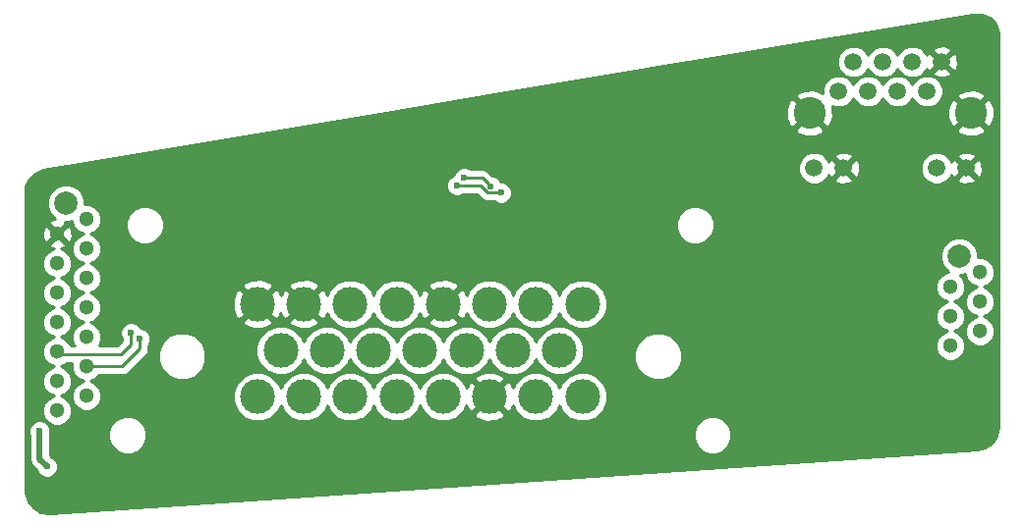
<source format=gbr>
G04 #@! TF.FileFunction,Copper,L2,Bot,Signal*
%FSLAX46Y46*%
G04 Gerber Fmt 4.6, Leading zero omitted, Abs format (unit mm)*
G04 Created by KiCad (PCBNEW 4.0.7-e2-6376~58~ubuntu16.04.1) date Sat Mar 10 14:38:45 2018*
%MOMM*%
%LPD*%
G01*
G04 APERTURE LIST*
%ADD10C,0.100000*%
%ADD11C,1.300000*%
%ADD12C,2.000000*%
%ADD13C,1.500000*%
%ADD14C,2.750000*%
%ADD15C,3.000000*%
%ADD16C,0.600000*%
%ADD17C,0.508000*%
%ADD18C,0.254000*%
G04 APERTURE END LIST*
D10*
D11*
X102362000Y-80391000D03*
X102362000Y-77851000D03*
X102362000Y-75311000D03*
X102362000Y-82931000D03*
X99822000Y-76581000D03*
X99822000Y-79121000D03*
X99822000Y-81661000D03*
X99822000Y-84201000D03*
X102362000Y-85471000D03*
X99822000Y-86741000D03*
X102362000Y-88011000D03*
X99822000Y-89281000D03*
X102362000Y-90551000D03*
X99822000Y-91821000D03*
D12*
X100562000Y-73911000D03*
D11*
X179324000Y-84963000D03*
X179324000Y-82423000D03*
X179324000Y-79883000D03*
X176784000Y-81153000D03*
X176784000Y-83693000D03*
X176784000Y-86233000D03*
D12*
X177524000Y-78483000D03*
D13*
X165032000Y-70892000D03*
X167572000Y-70892000D03*
X178132000Y-70892000D03*
X175592000Y-70892000D03*
X167132000Y-64262000D03*
X169672000Y-64262000D03*
X172212000Y-64262000D03*
X174752000Y-64262000D03*
X168402000Y-61722000D03*
X170942000Y-61722000D03*
X173482000Y-61722000D03*
X176022000Y-61722000D03*
D14*
X164632000Y-66142000D03*
X178532000Y-66142000D03*
D15*
X145064000Y-90614000D03*
X121064000Y-90614000D03*
X125064000Y-90614000D03*
X129064000Y-90614000D03*
X133064000Y-90614000D03*
X137064000Y-90614000D03*
X141064000Y-90614000D03*
X123064000Y-86614000D03*
X127064000Y-86614000D03*
X135064000Y-86614000D03*
X131064000Y-86614000D03*
X139064000Y-86614000D03*
X143064000Y-86614000D03*
X145064000Y-82614000D03*
X141064000Y-82614000D03*
X137064000Y-82614000D03*
X129064000Y-82614000D03*
X133064000Y-82614000D03*
X125064000Y-82614000D03*
X121064000Y-82614000D03*
X117064000Y-90614000D03*
X119064000Y-86614000D03*
X117064000Y-82614000D03*
D16*
X98933000Y-96647000D03*
X98298000Y-93599000D03*
X137160000Y-72447990D03*
X106172000Y-85090000D03*
X134874000Y-71755000D03*
X106934000Y-85598000D03*
X134239000Y-72390000D03*
X138049000Y-73025000D03*
D17*
X98298000Y-93599000D02*
X98298000Y-96012000D01*
X98298000Y-96012000D02*
X98933000Y-96647000D01*
D18*
X134874000Y-71755000D02*
X136467010Y-71755000D01*
X136860001Y-72147991D02*
X137160000Y-72447990D01*
X136467010Y-71755000D02*
X136860001Y-72147991D01*
X106172000Y-85090000D02*
X106172000Y-86106000D01*
X106172000Y-86106000D02*
X105283000Y-86995000D01*
X105283000Y-86995000D02*
X100076000Y-86995000D01*
X100076000Y-86995000D02*
X99822000Y-86741000D01*
X106934000Y-85598000D02*
X106934000Y-86487000D01*
X106934000Y-86487000D02*
X105410000Y-88011000D01*
X105410000Y-88011000D02*
X102362000Y-88011000D01*
X136906000Y-73025000D02*
X136271000Y-72390000D01*
X136271000Y-72390000D02*
X134239000Y-72390000D01*
X137624736Y-73025000D02*
X136906000Y-73025000D01*
X138049000Y-73025000D02*
X137624736Y-73025000D01*
G36*
X179482838Y-57641291D02*
X180138221Y-57935892D01*
X180630973Y-58458869D01*
X180900229Y-59167859D01*
X180925000Y-59464549D01*
X180925000Y-93217675D01*
X180771398Y-93989885D01*
X180372193Y-94587335D01*
X179764597Y-94993318D01*
X179141963Y-95139579D01*
X99166408Y-100646440D01*
X98385472Y-100546247D01*
X97762008Y-100189028D01*
X97322705Y-99620410D01*
X97119540Y-98872068D01*
X97116673Y-98788694D01*
X97116673Y-93784167D01*
X97362838Y-93784167D01*
X97409000Y-93895888D01*
X97409000Y-96012000D01*
X97476671Y-96352206D01*
X97669382Y-96640618D01*
X98094238Y-97065474D01*
X98139883Y-97175943D01*
X98402673Y-97439192D01*
X98746201Y-97581838D01*
X99118167Y-97582162D01*
X99461943Y-97440117D01*
X99725192Y-97177327D01*
X99867838Y-96833799D01*
X99868162Y-96461833D01*
X99726117Y-96118057D01*
X99463327Y-95854808D01*
X99351687Y-95808451D01*
X99187000Y-95643764D01*
X99187000Y-94237795D01*
X104228716Y-94237795D01*
X104477106Y-94838943D01*
X104936637Y-95299278D01*
X105537352Y-95548716D01*
X106187795Y-95549284D01*
X106788943Y-95300894D01*
X107249278Y-94841363D01*
X107498716Y-94240648D01*
X107498718Y-94237795D01*
X154628716Y-94237795D01*
X154877106Y-94838943D01*
X155336637Y-95299278D01*
X155937352Y-95548716D01*
X156587795Y-95549284D01*
X157188943Y-95300894D01*
X157649278Y-94841363D01*
X157898716Y-94240648D01*
X157899284Y-93590205D01*
X157650894Y-92989057D01*
X157191363Y-92528722D01*
X156590648Y-92279284D01*
X155940205Y-92278716D01*
X155339057Y-92527106D01*
X154878722Y-92986637D01*
X154629284Y-93587352D01*
X154628716Y-94237795D01*
X107498718Y-94237795D01*
X107499284Y-93590205D01*
X107250894Y-92989057D01*
X106791363Y-92528722D01*
X106190648Y-92279284D01*
X105540205Y-92278716D01*
X104939057Y-92527106D01*
X104478722Y-92986637D01*
X104229284Y-93587352D01*
X104228716Y-94237795D01*
X99187000Y-94237795D01*
X99187000Y-93896189D01*
X99232838Y-93785799D01*
X99233162Y-93413833D01*
X99091117Y-93070057D01*
X98828327Y-92806808D01*
X98484799Y-92664162D01*
X98112833Y-92663838D01*
X97769057Y-92805883D01*
X97505808Y-93068673D01*
X97363162Y-93412201D01*
X97362838Y-93784167D01*
X97116673Y-93784167D01*
X97116673Y-79375481D01*
X98536777Y-79375481D01*
X98731995Y-79847943D01*
X99093155Y-80209735D01*
X99530182Y-80391205D01*
X99095057Y-80570995D01*
X98733265Y-80932155D01*
X98537223Y-81404276D01*
X98536777Y-81915481D01*
X98731995Y-82387943D01*
X99093155Y-82749735D01*
X99530182Y-82931205D01*
X99095057Y-83110995D01*
X98733265Y-83472155D01*
X98537223Y-83944276D01*
X98536777Y-84455481D01*
X98731995Y-84927943D01*
X99093155Y-85289735D01*
X99530182Y-85471205D01*
X99095057Y-85650995D01*
X98733265Y-86012155D01*
X98537223Y-86484276D01*
X98536777Y-86995481D01*
X98731995Y-87467943D01*
X99093155Y-87829735D01*
X99530182Y-88011205D01*
X99095057Y-88190995D01*
X98733265Y-88552155D01*
X98537223Y-89024276D01*
X98536777Y-89535481D01*
X98731995Y-90007943D01*
X99093155Y-90369735D01*
X99530182Y-90551205D01*
X99095057Y-90730995D01*
X98733265Y-91092155D01*
X98537223Y-91564276D01*
X98536777Y-92075481D01*
X98731995Y-92547943D01*
X99093155Y-92909735D01*
X99565276Y-93105777D01*
X100076481Y-93106223D01*
X100548943Y-92911005D01*
X100910735Y-92549845D01*
X101106777Y-92077724D01*
X101107223Y-91566519D01*
X100912005Y-91094057D01*
X100550845Y-90732265D01*
X100113818Y-90550795D01*
X100548943Y-90371005D01*
X100910735Y-90009845D01*
X101106777Y-89537724D01*
X101107223Y-89026519D01*
X100912005Y-88554057D01*
X100550845Y-88192265D01*
X100113818Y-88010795D01*
X100548943Y-87831005D01*
X100623078Y-87757000D01*
X101077221Y-87757000D01*
X101076777Y-88265481D01*
X101271995Y-88737943D01*
X101633155Y-89099735D01*
X102070182Y-89281205D01*
X101635057Y-89460995D01*
X101273265Y-89822155D01*
X101077223Y-90294276D01*
X101076777Y-90805481D01*
X101271995Y-91277943D01*
X101633155Y-91639735D01*
X102105276Y-91835777D01*
X102616481Y-91836223D01*
X103088943Y-91641005D01*
X103450735Y-91279845D01*
X103551649Y-91036815D01*
X114928630Y-91036815D01*
X115252980Y-91821800D01*
X115853041Y-92422909D01*
X116637459Y-92748628D01*
X117486815Y-92749370D01*
X118271800Y-92425020D01*
X118872909Y-91824959D01*
X119064068Y-91364598D01*
X119252980Y-91821800D01*
X119853041Y-92422909D01*
X120637459Y-92748628D01*
X121486815Y-92749370D01*
X122271800Y-92425020D01*
X122872909Y-91824959D01*
X123064068Y-91364598D01*
X123252980Y-91821800D01*
X123853041Y-92422909D01*
X124637459Y-92748628D01*
X125486815Y-92749370D01*
X126271800Y-92425020D01*
X126872909Y-91824959D01*
X127064068Y-91364598D01*
X127252980Y-91821800D01*
X127853041Y-92422909D01*
X128637459Y-92748628D01*
X129486815Y-92749370D01*
X130271800Y-92425020D01*
X130872909Y-91824959D01*
X131064068Y-91364598D01*
X131252980Y-91821800D01*
X131853041Y-92422909D01*
X132637459Y-92748628D01*
X133486815Y-92749370D01*
X134271800Y-92425020D01*
X134569368Y-92127970D01*
X135729635Y-92127970D01*
X135889418Y-92446739D01*
X136680187Y-92756723D01*
X137529387Y-92740497D01*
X138238582Y-92446739D01*
X138398365Y-92127970D01*
X137064000Y-90793605D01*
X135729635Y-92127970D01*
X134569368Y-92127970D01*
X134872909Y-91824959D01*
X135059849Y-91374757D01*
X135231261Y-91788582D01*
X135550030Y-91948365D01*
X136884395Y-90614000D01*
X137243605Y-90614000D01*
X138577970Y-91948365D01*
X138896739Y-91788582D01*
X139063490Y-91363200D01*
X139252980Y-91821800D01*
X139853041Y-92422909D01*
X140637459Y-92748628D01*
X141486815Y-92749370D01*
X142271800Y-92425020D01*
X142872909Y-91824959D01*
X143064068Y-91364598D01*
X143252980Y-91821800D01*
X143853041Y-92422909D01*
X144637459Y-92748628D01*
X145486815Y-92749370D01*
X146271800Y-92425020D01*
X146872909Y-91824959D01*
X147198628Y-91040541D01*
X147199370Y-90191185D01*
X146875020Y-89406200D01*
X146274959Y-88805091D01*
X145490541Y-88479372D01*
X144641185Y-88478630D01*
X143856200Y-88802980D01*
X143255091Y-89403041D01*
X143063932Y-89863402D01*
X142875020Y-89406200D01*
X142274959Y-88805091D01*
X141490541Y-88479372D01*
X140641185Y-88478630D01*
X139856200Y-88802980D01*
X139255091Y-89403041D01*
X139068151Y-89853243D01*
X138896739Y-89439418D01*
X138577970Y-89279635D01*
X137243605Y-90614000D01*
X136884395Y-90614000D01*
X135550030Y-89279635D01*
X135231261Y-89439418D01*
X135064510Y-89864800D01*
X134875020Y-89406200D01*
X134569384Y-89100030D01*
X135729635Y-89100030D01*
X137064000Y-90434395D01*
X138398365Y-89100030D01*
X138238582Y-88781261D01*
X137447813Y-88471277D01*
X136598613Y-88487503D01*
X135889418Y-88781261D01*
X135729635Y-89100030D01*
X134569384Y-89100030D01*
X134274959Y-88805091D01*
X133490541Y-88479372D01*
X132641185Y-88478630D01*
X131856200Y-88802980D01*
X131255091Y-89403041D01*
X131063932Y-89863402D01*
X130875020Y-89406200D01*
X130274959Y-88805091D01*
X129490541Y-88479372D01*
X128641185Y-88478630D01*
X127856200Y-88802980D01*
X127255091Y-89403041D01*
X127063932Y-89863402D01*
X126875020Y-89406200D01*
X126274959Y-88805091D01*
X125490541Y-88479372D01*
X124641185Y-88478630D01*
X123856200Y-88802980D01*
X123255091Y-89403041D01*
X123063932Y-89863402D01*
X122875020Y-89406200D01*
X122274959Y-88805091D01*
X121490541Y-88479372D01*
X120641185Y-88478630D01*
X119856200Y-88802980D01*
X119255091Y-89403041D01*
X119063932Y-89863402D01*
X118875020Y-89406200D01*
X118274959Y-88805091D01*
X117490541Y-88479372D01*
X116641185Y-88478630D01*
X115856200Y-88802980D01*
X115255091Y-89403041D01*
X114929372Y-90187459D01*
X114928630Y-91036815D01*
X103551649Y-91036815D01*
X103646777Y-90807724D01*
X103647223Y-90296519D01*
X103452005Y-89824057D01*
X103090845Y-89462265D01*
X102653818Y-89280795D01*
X103088943Y-89101005D01*
X103417522Y-88773000D01*
X105410000Y-88773000D01*
X105701605Y-88714996D01*
X105948815Y-88549815D01*
X106976668Y-87521962D01*
X108503643Y-87521962D01*
X108816599Y-88279372D01*
X109395580Y-88859365D01*
X110152443Y-89173642D01*
X110971962Y-89174357D01*
X111729372Y-88861401D01*
X112309365Y-88282420D01*
X112623642Y-87525557D01*
X112624068Y-87036815D01*
X116928630Y-87036815D01*
X117252980Y-87821800D01*
X117853041Y-88422909D01*
X118637459Y-88748628D01*
X119486815Y-88749370D01*
X120271800Y-88425020D01*
X120872909Y-87824959D01*
X121064068Y-87364598D01*
X121252980Y-87821800D01*
X121853041Y-88422909D01*
X122637459Y-88748628D01*
X123486815Y-88749370D01*
X124271800Y-88425020D01*
X124872909Y-87824959D01*
X125064068Y-87364598D01*
X125252980Y-87821800D01*
X125853041Y-88422909D01*
X126637459Y-88748628D01*
X127486815Y-88749370D01*
X128271800Y-88425020D01*
X128872909Y-87824959D01*
X129064068Y-87364598D01*
X129252980Y-87821800D01*
X129853041Y-88422909D01*
X130637459Y-88748628D01*
X131486815Y-88749370D01*
X132271800Y-88425020D01*
X132872909Y-87824959D01*
X133064068Y-87364598D01*
X133252980Y-87821800D01*
X133853041Y-88422909D01*
X134637459Y-88748628D01*
X135486815Y-88749370D01*
X136271800Y-88425020D01*
X136872909Y-87824959D01*
X137064068Y-87364598D01*
X137252980Y-87821800D01*
X137853041Y-88422909D01*
X138637459Y-88748628D01*
X139486815Y-88749370D01*
X140271800Y-88425020D01*
X140872909Y-87824959D01*
X141064068Y-87364598D01*
X141252980Y-87821800D01*
X141853041Y-88422909D01*
X142637459Y-88748628D01*
X143486815Y-88749370D01*
X144271800Y-88425020D01*
X144872909Y-87824959D01*
X144998724Y-87521962D01*
X149503643Y-87521962D01*
X149816599Y-88279372D01*
X150395580Y-88859365D01*
X151152443Y-89173642D01*
X151971962Y-89174357D01*
X152729372Y-88861401D01*
X153309365Y-88282420D01*
X153623642Y-87525557D01*
X153624357Y-86706038D01*
X153311401Y-85948628D01*
X152732420Y-85368635D01*
X151975557Y-85054358D01*
X151156038Y-85053643D01*
X150398628Y-85366599D01*
X149818635Y-85945580D01*
X149504358Y-86702443D01*
X149503643Y-87521962D01*
X144998724Y-87521962D01*
X145198628Y-87040541D01*
X145199370Y-86191185D01*
X144875020Y-85406200D01*
X144274959Y-84805091D01*
X143490541Y-84479372D01*
X142641185Y-84478630D01*
X141856200Y-84802980D01*
X141255091Y-85403041D01*
X141063932Y-85863402D01*
X140875020Y-85406200D01*
X140274959Y-84805091D01*
X139490541Y-84479372D01*
X138641185Y-84478630D01*
X137856200Y-84802980D01*
X137255091Y-85403041D01*
X137063932Y-85863402D01*
X136875020Y-85406200D01*
X136274959Y-84805091D01*
X135490541Y-84479372D01*
X134641185Y-84478630D01*
X133856200Y-84802980D01*
X133255091Y-85403041D01*
X133063932Y-85863402D01*
X132875020Y-85406200D01*
X132274959Y-84805091D01*
X131490541Y-84479372D01*
X130641185Y-84478630D01*
X129856200Y-84802980D01*
X129255091Y-85403041D01*
X129063932Y-85863402D01*
X128875020Y-85406200D01*
X128274959Y-84805091D01*
X127490541Y-84479372D01*
X126641185Y-84478630D01*
X125856200Y-84802980D01*
X125255091Y-85403041D01*
X125063932Y-85863402D01*
X124875020Y-85406200D01*
X124274959Y-84805091D01*
X123490541Y-84479372D01*
X122641185Y-84478630D01*
X121856200Y-84802980D01*
X121255091Y-85403041D01*
X121063932Y-85863402D01*
X120875020Y-85406200D01*
X120274959Y-84805091D01*
X119490541Y-84479372D01*
X118641185Y-84478630D01*
X117856200Y-84802980D01*
X117255091Y-85403041D01*
X116929372Y-86187459D01*
X116928630Y-87036815D01*
X112624068Y-87036815D01*
X112624357Y-86706038D01*
X112311401Y-85948628D01*
X111732420Y-85368635D01*
X110975557Y-85054358D01*
X110156038Y-85053643D01*
X109398628Y-85366599D01*
X108818635Y-85945580D01*
X108504358Y-86702443D01*
X108503643Y-87521962D01*
X106976668Y-87521962D01*
X107472815Y-87025816D01*
X107637996Y-86778605D01*
X107648504Y-86725777D01*
X107696000Y-86487000D01*
X107696000Y-86158466D01*
X107726192Y-86128327D01*
X107868838Y-85784799D01*
X107869162Y-85412833D01*
X107727117Y-85069057D01*
X107464327Y-84805808D01*
X107120799Y-84663162D01*
X107007265Y-84663063D01*
X106965117Y-84561057D01*
X106702327Y-84297808D01*
X106358799Y-84155162D01*
X105986833Y-84154838D01*
X105643057Y-84296883D01*
X105379808Y-84559673D01*
X105237162Y-84903201D01*
X105236838Y-85275167D01*
X105378883Y-85618943D01*
X105410000Y-85650114D01*
X105410000Y-85790370D01*
X104967370Y-86233000D01*
X103417522Y-86233000D01*
X103450735Y-86199845D01*
X103646777Y-85727724D01*
X103647223Y-85216519D01*
X103452005Y-84744057D01*
X103090845Y-84382265D01*
X102653818Y-84200795D01*
X102830067Y-84127970D01*
X115729635Y-84127970D01*
X115889418Y-84446739D01*
X116680187Y-84756723D01*
X117529387Y-84740497D01*
X118238582Y-84446739D01*
X118398365Y-84127970D01*
X119729635Y-84127970D01*
X119889418Y-84446739D01*
X120680187Y-84756723D01*
X121529387Y-84740497D01*
X122238582Y-84446739D01*
X122398365Y-84127970D01*
X121064000Y-82793605D01*
X119729635Y-84127970D01*
X118398365Y-84127970D01*
X117064000Y-82793605D01*
X115729635Y-84127970D01*
X102830067Y-84127970D01*
X103088943Y-84021005D01*
X103450735Y-83659845D01*
X103646777Y-83187724D01*
X103647223Y-82676519D01*
X103462802Y-82230187D01*
X114921277Y-82230187D01*
X114937503Y-83079387D01*
X115231261Y-83788582D01*
X115550030Y-83948365D01*
X116884395Y-82614000D01*
X117243605Y-82614000D01*
X118577970Y-83948365D01*
X118896739Y-83788582D01*
X119059392Y-83373654D01*
X119231261Y-83788582D01*
X119550030Y-83948365D01*
X120884395Y-82614000D01*
X121243605Y-82614000D01*
X122577970Y-83948365D01*
X122896739Y-83788582D01*
X123063490Y-83363200D01*
X123252980Y-83821800D01*
X123853041Y-84422909D01*
X124637459Y-84748628D01*
X125486815Y-84749370D01*
X126271800Y-84425020D01*
X126872909Y-83824959D01*
X127064068Y-83364598D01*
X127252980Y-83821800D01*
X127853041Y-84422909D01*
X128637459Y-84748628D01*
X129486815Y-84749370D01*
X130271800Y-84425020D01*
X130569368Y-84127970D01*
X131729635Y-84127970D01*
X131889418Y-84446739D01*
X132680187Y-84756723D01*
X133529387Y-84740497D01*
X134238582Y-84446739D01*
X134398365Y-84127970D01*
X133064000Y-82793605D01*
X131729635Y-84127970D01*
X130569368Y-84127970D01*
X130872909Y-83824959D01*
X131059849Y-83374757D01*
X131231261Y-83788582D01*
X131550030Y-83948365D01*
X132884395Y-82614000D01*
X133243605Y-82614000D01*
X134577970Y-83948365D01*
X134896739Y-83788582D01*
X135063490Y-83363200D01*
X135252980Y-83821800D01*
X135853041Y-84422909D01*
X136637459Y-84748628D01*
X137486815Y-84749370D01*
X138271800Y-84425020D01*
X138872909Y-83824959D01*
X139064068Y-83364598D01*
X139252980Y-83821800D01*
X139853041Y-84422909D01*
X140637459Y-84748628D01*
X141486815Y-84749370D01*
X142271800Y-84425020D01*
X142872909Y-83824959D01*
X143064068Y-83364598D01*
X143252980Y-83821800D01*
X143853041Y-84422909D01*
X144637459Y-84748628D01*
X145486815Y-84749370D01*
X146271800Y-84425020D01*
X146872909Y-83824959D01*
X147198628Y-83040541D01*
X147199370Y-82191185D01*
X146875550Y-81407481D01*
X175498777Y-81407481D01*
X175693995Y-81879943D01*
X176055155Y-82241735D01*
X176492182Y-82423205D01*
X176057057Y-82602995D01*
X175695265Y-82964155D01*
X175499223Y-83436276D01*
X175498777Y-83947481D01*
X175693995Y-84419943D01*
X176055155Y-84781735D01*
X176492182Y-84963205D01*
X176057057Y-85142995D01*
X175695265Y-85504155D01*
X175499223Y-85976276D01*
X175498777Y-86487481D01*
X175693995Y-86959943D01*
X176055155Y-87321735D01*
X176527276Y-87517777D01*
X177038481Y-87518223D01*
X177510943Y-87323005D01*
X177872735Y-86961845D01*
X178068777Y-86489724D01*
X178069223Y-85978519D01*
X177874005Y-85506057D01*
X177512845Y-85144265D01*
X177075818Y-84962795D01*
X177510943Y-84783005D01*
X177872735Y-84421845D01*
X178068777Y-83949724D01*
X178069223Y-83438519D01*
X177874005Y-82966057D01*
X177512845Y-82604265D01*
X177075818Y-82422795D01*
X177510943Y-82243005D01*
X177872735Y-81881845D01*
X178068777Y-81409724D01*
X178069223Y-80898519D01*
X177874005Y-80426057D01*
X177566524Y-80118038D01*
X177847795Y-80118284D01*
X178038863Y-80039336D01*
X178038777Y-80137481D01*
X178233995Y-80609943D01*
X178595155Y-80971735D01*
X179032182Y-81153205D01*
X178597057Y-81332995D01*
X178235265Y-81694155D01*
X178039223Y-82166276D01*
X178038777Y-82677481D01*
X178233995Y-83149943D01*
X178595155Y-83511735D01*
X179032182Y-83693205D01*
X178597057Y-83872995D01*
X178235265Y-84234155D01*
X178039223Y-84706276D01*
X178038777Y-85217481D01*
X178233995Y-85689943D01*
X178595155Y-86051735D01*
X179067276Y-86247777D01*
X179578481Y-86248223D01*
X180050943Y-86053005D01*
X180412735Y-85691845D01*
X180608777Y-85219724D01*
X180609223Y-84708519D01*
X180414005Y-84236057D01*
X180052845Y-83874265D01*
X179615818Y-83692795D01*
X180050943Y-83513005D01*
X180412735Y-83151845D01*
X180608777Y-82679724D01*
X180609223Y-82168519D01*
X180414005Y-81696057D01*
X180052845Y-81334265D01*
X179615818Y-81152795D01*
X180050943Y-80973005D01*
X180412735Y-80611845D01*
X180608777Y-80139724D01*
X180609223Y-79628519D01*
X180414005Y-79156057D01*
X180052845Y-78794265D01*
X179580724Y-78598223D01*
X179158901Y-78597855D01*
X179159284Y-78159205D01*
X178910894Y-77558057D01*
X178451363Y-77097722D01*
X177850648Y-76848284D01*
X177200205Y-76847716D01*
X176599057Y-77096106D01*
X176138722Y-77555637D01*
X175889284Y-78156352D01*
X175888716Y-78806795D01*
X176137106Y-79407943D01*
X176596195Y-79867835D01*
X176529519Y-79867777D01*
X176057057Y-80062995D01*
X175695265Y-80424155D01*
X175499223Y-80896276D01*
X175498777Y-81407481D01*
X146875550Y-81407481D01*
X146875020Y-81406200D01*
X146274959Y-80805091D01*
X145490541Y-80479372D01*
X144641185Y-80478630D01*
X143856200Y-80802980D01*
X143255091Y-81403041D01*
X143063932Y-81863402D01*
X142875020Y-81406200D01*
X142274959Y-80805091D01*
X141490541Y-80479372D01*
X140641185Y-80478630D01*
X139856200Y-80802980D01*
X139255091Y-81403041D01*
X139063932Y-81863402D01*
X138875020Y-81406200D01*
X138274959Y-80805091D01*
X137490541Y-80479372D01*
X136641185Y-80478630D01*
X135856200Y-80802980D01*
X135255091Y-81403041D01*
X135068151Y-81853243D01*
X134896739Y-81439418D01*
X134577970Y-81279635D01*
X133243605Y-82614000D01*
X132884395Y-82614000D01*
X131550030Y-81279635D01*
X131231261Y-81439418D01*
X131064510Y-81864800D01*
X130875020Y-81406200D01*
X130569384Y-81100030D01*
X131729635Y-81100030D01*
X133064000Y-82434395D01*
X134398365Y-81100030D01*
X134238582Y-80781261D01*
X133447813Y-80471277D01*
X132598613Y-80487503D01*
X131889418Y-80781261D01*
X131729635Y-81100030D01*
X130569384Y-81100030D01*
X130274959Y-80805091D01*
X129490541Y-80479372D01*
X128641185Y-80478630D01*
X127856200Y-80802980D01*
X127255091Y-81403041D01*
X127063932Y-81863402D01*
X126875020Y-81406200D01*
X126274959Y-80805091D01*
X125490541Y-80479372D01*
X124641185Y-80478630D01*
X123856200Y-80802980D01*
X123255091Y-81403041D01*
X123068151Y-81853243D01*
X122896739Y-81439418D01*
X122577970Y-81279635D01*
X121243605Y-82614000D01*
X120884395Y-82614000D01*
X119550030Y-81279635D01*
X119231261Y-81439418D01*
X119068608Y-81854346D01*
X118896739Y-81439418D01*
X118577970Y-81279635D01*
X117243605Y-82614000D01*
X116884395Y-82614000D01*
X115550030Y-81279635D01*
X115231261Y-81439418D01*
X114921277Y-82230187D01*
X103462802Y-82230187D01*
X103452005Y-82204057D01*
X103090845Y-81842265D01*
X102653818Y-81660795D01*
X103088943Y-81481005D01*
X103450735Y-81119845D01*
X103458962Y-81100030D01*
X115729635Y-81100030D01*
X117064000Y-82434395D01*
X118398365Y-81100030D01*
X119729635Y-81100030D01*
X121064000Y-82434395D01*
X122398365Y-81100030D01*
X122238582Y-80781261D01*
X121447813Y-80471277D01*
X120598613Y-80487503D01*
X119889418Y-80781261D01*
X119729635Y-81100030D01*
X118398365Y-81100030D01*
X118238582Y-80781261D01*
X117447813Y-80471277D01*
X116598613Y-80487503D01*
X115889418Y-80781261D01*
X115729635Y-81100030D01*
X103458962Y-81100030D01*
X103646777Y-80647724D01*
X103647223Y-80136519D01*
X103452005Y-79664057D01*
X103090845Y-79302265D01*
X102653818Y-79120795D01*
X103088943Y-78941005D01*
X103450735Y-78579845D01*
X103646777Y-78107724D01*
X103647223Y-77596519D01*
X103452005Y-77124057D01*
X103090845Y-76762265D01*
X102653818Y-76580795D01*
X103088943Y-76401005D01*
X103352613Y-76137795D01*
X105728716Y-76137795D01*
X105977106Y-76738943D01*
X106436637Y-77199278D01*
X107037352Y-77448716D01*
X107687795Y-77449284D01*
X108288943Y-77200894D01*
X108749278Y-76741363D01*
X108998716Y-76140648D01*
X108998718Y-76137795D01*
X153128716Y-76137795D01*
X153377106Y-76738943D01*
X153836637Y-77199278D01*
X154437352Y-77448716D01*
X155087795Y-77449284D01*
X155688943Y-77200894D01*
X156149278Y-76741363D01*
X156398716Y-76140648D01*
X156399284Y-75490205D01*
X156150894Y-74889057D01*
X155691363Y-74428722D01*
X155090648Y-74179284D01*
X154440205Y-74178716D01*
X153839057Y-74427106D01*
X153378722Y-74886637D01*
X153129284Y-75487352D01*
X153128716Y-76137795D01*
X108998718Y-76137795D01*
X108999284Y-75490205D01*
X108750894Y-74889057D01*
X108291363Y-74428722D01*
X107690648Y-74179284D01*
X107040205Y-74178716D01*
X106439057Y-74427106D01*
X105978722Y-74886637D01*
X105729284Y-75487352D01*
X105728716Y-76137795D01*
X103352613Y-76137795D01*
X103450735Y-76039845D01*
X103646777Y-75567724D01*
X103647223Y-75056519D01*
X103452005Y-74584057D01*
X103090845Y-74222265D01*
X102618724Y-74026223D01*
X102196901Y-74025855D01*
X102197284Y-73587205D01*
X101948894Y-72986057D01*
X101538722Y-72575167D01*
X133303838Y-72575167D01*
X133445883Y-72918943D01*
X133708673Y-73182192D01*
X134052201Y-73324838D01*
X134424167Y-73325162D01*
X134767943Y-73183117D01*
X134799114Y-73152000D01*
X135955370Y-73152000D01*
X136367185Y-73563816D01*
X136515377Y-73662834D01*
X136614395Y-73728996D01*
X136906000Y-73787000D01*
X137488534Y-73787000D01*
X137518673Y-73817192D01*
X137862201Y-73959838D01*
X138234167Y-73960162D01*
X138577943Y-73818117D01*
X138841192Y-73555327D01*
X138983838Y-73211799D01*
X138984162Y-72839833D01*
X138842117Y-72496057D01*
X138579327Y-72232808D01*
X138235799Y-72090162D01*
X138023744Y-72089977D01*
X137953117Y-71919047D01*
X137690327Y-71655798D01*
X137346799Y-71513152D01*
X137302754Y-71513114D01*
X137005825Y-71216185D01*
X136934762Y-71168702D01*
X136931145Y-71166285D01*
X163646760Y-71166285D01*
X163857169Y-71675515D01*
X164246436Y-72065461D01*
X164755298Y-72276759D01*
X165306285Y-72277240D01*
X165815515Y-72066831D01*
X166019183Y-71863517D01*
X166780088Y-71863517D01*
X166848077Y-72104460D01*
X167367171Y-72289201D01*
X167917448Y-72261230D01*
X168295923Y-72104460D01*
X168363912Y-71863517D01*
X167572000Y-71071605D01*
X166780088Y-71863517D01*
X166019183Y-71863517D01*
X166205461Y-71677564D01*
X166295377Y-71461021D01*
X166359540Y-71615923D01*
X166600483Y-71683912D01*
X167392395Y-70892000D01*
X167751605Y-70892000D01*
X168543517Y-71683912D01*
X168784460Y-71615923D01*
X168944482Y-71166285D01*
X174206760Y-71166285D01*
X174417169Y-71675515D01*
X174806436Y-72065461D01*
X175315298Y-72276759D01*
X175866285Y-72277240D01*
X176375515Y-72066831D01*
X176579183Y-71863517D01*
X177340088Y-71863517D01*
X177408077Y-72104460D01*
X177927171Y-72289201D01*
X178477448Y-72261230D01*
X178855923Y-72104460D01*
X178923912Y-71863517D01*
X178132000Y-71071605D01*
X177340088Y-71863517D01*
X176579183Y-71863517D01*
X176765461Y-71677564D01*
X176855377Y-71461021D01*
X176919540Y-71615923D01*
X177160483Y-71683912D01*
X177952395Y-70892000D01*
X178311605Y-70892000D01*
X179103517Y-71683912D01*
X179344460Y-71615923D01*
X179529201Y-71096829D01*
X179501230Y-70546552D01*
X179344460Y-70168077D01*
X179103517Y-70100088D01*
X178311605Y-70892000D01*
X177952395Y-70892000D01*
X177160483Y-70100088D01*
X176919540Y-70168077D01*
X176860268Y-70334621D01*
X176766831Y-70108485D01*
X176579157Y-69920483D01*
X177340088Y-69920483D01*
X178132000Y-70712395D01*
X178923912Y-69920483D01*
X178855923Y-69679540D01*
X178336829Y-69494799D01*
X177786552Y-69522770D01*
X177408077Y-69679540D01*
X177340088Y-69920483D01*
X176579157Y-69920483D01*
X176377564Y-69718539D01*
X175868702Y-69507241D01*
X175317715Y-69506760D01*
X174808485Y-69717169D01*
X174418539Y-70106436D01*
X174207241Y-70615298D01*
X174206760Y-71166285D01*
X168944482Y-71166285D01*
X168969201Y-71096829D01*
X168941230Y-70546552D01*
X168784460Y-70168077D01*
X168543517Y-70100088D01*
X167751605Y-70892000D01*
X167392395Y-70892000D01*
X166600483Y-70100088D01*
X166359540Y-70168077D01*
X166300268Y-70334621D01*
X166206831Y-70108485D01*
X166019157Y-69920483D01*
X166780088Y-69920483D01*
X167572000Y-70712395D01*
X168363912Y-69920483D01*
X168295923Y-69679540D01*
X167776829Y-69494799D01*
X167226552Y-69522770D01*
X166848077Y-69679540D01*
X166780088Y-69920483D01*
X166019157Y-69920483D01*
X165817564Y-69718539D01*
X165308702Y-69507241D01*
X164757715Y-69506760D01*
X164248485Y-69717169D01*
X163858539Y-70106436D01*
X163647241Y-70615298D01*
X163646760Y-71166285D01*
X136931145Y-71166285D01*
X136758615Y-71051004D01*
X136467010Y-70993000D01*
X135434466Y-70993000D01*
X135404327Y-70962808D01*
X135060799Y-70820162D01*
X134688833Y-70819838D01*
X134345057Y-70961883D01*
X134081808Y-71224673D01*
X133972235Y-71488554D01*
X133710057Y-71596883D01*
X133446808Y-71859673D01*
X133304162Y-72203201D01*
X133303838Y-72575167D01*
X101538722Y-72575167D01*
X101489363Y-72525722D01*
X100888648Y-72276284D01*
X100238205Y-72275716D01*
X99637057Y-72524106D01*
X99176722Y-72983637D01*
X98927284Y-73584352D01*
X98926716Y-74234795D01*
X99175106Y-74835943D01*
X99634637Y-75296278D01*
X99652426Y-75303665D01*
X99492572Y-75312917D01*
X99158271Y-75451389D01*
X99102590Y-75681984D01*
X99822000Y-76401395D01*
X100541410Y-75681984D01*
X100508563Y-75545955D01*
X100885795Y-75546284D01*
X101076863Y-75467336D01*
X101076777Y-75565481D01*
X101271995Y-76037943D01*
X101633155Y-76399735D01*
X102070182Y-76581205D01*
X101635057Y-76760995D01*
X101273265Y-77122155D01*
X101077223Y-77594276D01*
X101076777Y-78105481D01*
X101271995Y-78577943D01*
X101633155Y-78939735D01*
X102070182Y-79121205D01*
X101635057Y-79300995D01*
X101273265Y-79662155D01*
X101077223Y-80134276D01*
X101076777Y-80645481D01*
X101271995Y-81117943D01*
X101633155Y-81479735D01*
X102070182Y-81661205D01*
X101635057Y-81840995D01*
X101273265Y-82202155D01*
X101077223Y-82674276D01*
X101076777Y-83185481D01*
X101271995Y-83657943D01*
X101633155Y-84019735D01*
X102070182Y-84201205D01*
X101635057Y-84380995D01*
X101273265Y-84742155D01*
X101077223Y-85214276D01*
X101076777Y-85725481D01*
X101271995Y-86197943D01*
X101306991Y-86233000D01*
X101002471Y-86233000D01*
X100912005Y-86014057D01*
X100550845Y-85652265D01*
X100113818Y-85470795D01*
X100548943Y-85291005D01*
X100910735Y-84929845D01*
X101106777Y-84457724D01*
X101107223Y-83946519D01*
X100912005Y-83474057D01*
X100550845Y-83112265D01*
X100113818Y-82930795D01*
X100548943Y-82751005D01*
X100910735Y-82389845D01*
X101106777Y-81917724D01*
X101107223Y-81406519D01*
X100912005Y-80934057D01*
X100550845Y-80572265D01*
X100113818Y-80390795D01*
X100548943Y-80211005D01*
X100910735Y-79849845D01*
X101106777Y-79377724D01*
X101107223Y-78866519D01*
X100912005Y-78394057D01*
X100550845Y-78032265D01*
X100114800Y-77851203D01*
X100151428Y-77849083D01*
X100485729Y-77710611D01*
X100541410Y-77480016D01*
X99822000Y-76760605D01*
X99102590Y-77480016D01*
X99158271Y-77710611D01*
X99544860Y-77845139D01*
X99095057Y-78030995D01*
X98733265Y-78392155D01*
X98537223Y-78864276D01*
X98536777Y-79375481D01*
X97116673Y-79375481D01*
X97116673Y-76400078D01*
X98524378Y-76400078D01*
X98553917Y-76910428D01*
X98692389Y-77244729D01*
X98922984Y-77300410D01*
X99642395Y-76581000D01*
X100001605Y-76581000D01*
X100721016Y-77300410D01*
X100951611Y-77244729D01*
X101119622Y-76761922D01*
X101090083Y-76251572D01*
X100951611Y-75917271D01*
X100721016Y-75861590D01*
X100001605Y-76581000D01*
X99642395Y-76581000D01*
X98922984Y-75861590D01*
X98692389Y-75917271D01*
X98524378Y-76400078D01*
X97116673Y-76400078D01*
X97116673Y-72456297D01*
X97416008Y-71822134D01*
X97950490Y-71336953D01*
X98651779Y-71078043D01*
X119538996Y-67565659D01*
X163387946Y-67565659D01*
X163532467Y-67871444D01*
X164277993Y-68160571D01*
X165077414Y-68142389D01*
X165731533Y-67871444D01*
X165876054Y-67565659D01*
X177287946Y-67565659D01*
X177432467Y-67871444D01*
X178177993Y-68160571D01*
X178977414Y-68142389D01*
X179631533Y-67871444D01*
X179776054Y-67565659D01*
X178532000Y-66321605D01*
X177287946Y-67565659D01*
X165876054Y-67565659D01*
X164632000Y-66321605D01*
X163387946Y-67565659D01*
X119538996Y-67565659D01*
X130110305Y-65787993D01*
X162613429Y-65787993D01*
X162631611Y-66587414D01*
X162902556Y-67241533D01*
X163208341Y-67386054D01*
X164452395Y-66142000D01*
X163208341Y-64897946D01*
X162902556Y-65042467D01*
X162613429Y-65787993D01*
X130110305Y-65787993D01*
X136471242Y-64718341D01*
X163387946Y-64718341D01*
X164632000Y-65962395D01*
X164646143Y-65948253D01*
X164825748Y-66127858D01*
X164811605Y-66142000D01*
X166055659Y-67386054D01*
X166361444Y-67241533D01*
X166650571Y-66496007D01*
X166634468Y-65787993D01*
X176513429Y-65787993D01*
X176531611Y-66587414D01*
X176802556Y-67241533D01*
X177108341Y-67386054D01*
X178352395Y-66142000D01*
X178711605Y-66142000D01*
X179955659Y-67386054D01*
X180261444Y-67241533D01*
X180550571Y-66496007D01*
X180532389Y-65696586D01*
X180261444Y-65042467D01*
X179955659Y-64897946D01*
X178711605Y-66142000D01*
X178352395Y-66142000D01*
X177108341Y-64897946D01*
X176802556Y-65042467D01*
X176513429Y-65787993D01*
X166634468Y-65787993D01*
X166632389Y-65696586D01*
X166561159Y-65524622D01*
X166855298Y-65646759D01*
X167406285Y-65647240D01*
X167915515Y-65436831D01*
X168305461Y-65047564D01*
X168401976Y-64815130D01*
X168497169Y-65045515D01*
X168886436Y-65435461D01*
X169395298Y-65646759D01*
X169946285Y-65647240D01*
X170455515Y-65436831D01*
X170845461Y-65047564D01*
X170941976Y-64815130D01*
X171037169Y-65045515D01*
X171426436Y-65435461D01*
X171935298Y-65646759D01*
X172486285Y-65647240D01*
X172995515Y-65436831D01*
X173385461Y-65047564D01*
X173481976Y-64815130D01*
X173577169Y-65045515D01*
X173966436Y-65435461D01*
X174475298Y-65646759D01*
X175026285Y-65647240D01*
X175535515Y-65436831D01*
X175925461Y-65047564D01*
X176062166Y-64718341D01*
X177287946Y-64718341D01*
X178532000Y-65962395D01*
X179776054Y-64718341D01*
X179631533Y-64412556D01*
X178886007Y-64123429D01*
X178086586Y-64141611D01*
X177432467Y-64412556D01*
X177287946Y-64718341D01*
X176062166Y-64718341D01*
X176136759Y-64538702D01*
X176137240Y-63987715D01*
X175926831Y-63478485D01*
X175537564Y-63088539D01*
X175028702Y-62877241D01*
X174477715Y-62876760D01*
X173968485Y-63087169D01*
X173578539Y-63476436D01*
X173482024Y-63708870D01*
X173386831Y-63478485D01*
X172997564Y-63088539D01*
X172488702Y-62877241D01*
X171937715Y-62876760D01*
X171428485Y-63087169D01*
X171038539Y-63476436D01*
X170942024Y-63708870D01*
X170846831Y-63478485D01*
X170457564Y-63088539D01*
X169948702Y-62877241D01*
X169397715Y-62876760D01*
X168888485Y-63087169D01*
X168498539Y-63476436D01*
X168402024Y-63708870D01*
X168306831Y-63478485D01*
X167917564Y-63088539D01*
X167408702Y-62877241D01*
X166857715Y-62876760D01*
X166348485Y-63087169D01*
X165958539Y-63476436D01*
X165747241Y-63985298D01*
X165746840Y-64444943D01*
X165731533Y-64412556D01*
X164986007Y-64123429D01*
X164186586Y-64141611D01*
X163532467Y-64412556D01*
X163387946Y-64718341D01*
X136471242Y-64718341D01*
X152658588Y-61996285D01*
X167016760Y-61996285D01*
X167227169Y-62505515D01*
X167616436Y-62895461D01*
X168125298Y-63106759D01*
X168676285Y-63107240D01*
X169185515Y-62896831D01*
X169575461Y-62507564D01*
X169671976Y-62275130D01*
X169767169Y-62505515D01*
X170156436Y-62895461D01*
X170665298Y-63106759D01*
X171216285Y-63107240D01*
X171725515Y-62896831D01*
X172115461Y-62507564D01*
X172211976Y-62275130D01*
X172307169Y-62505515D01*
X172696436Y-62895461D01*
X173205298Y-63106759D01*
X173756285Y-63107240D01*
X174265515Y-62896831D01*
X174469183Y-62693517D01*
X175230088Y-62693517D01*
X175298077Y-62934460D01*
X175817171Y-63119201D01*
X176367448Y-63091230D01*
X176745923Y-62934460D01*
X176813912Y-62693517D01*
X176022000Y-61901605D01*
X175230088Y-62693517D01*
X174469183Y-62693517D01*
X174655461Y-62507564D01*
X174745377Y-62291021D01*
X174809540Y-62445923D01*
X175050483Y-62513912D01*
X175842395Y-61722000D01*
X176201605Y-61722000D01*
X176993517Y-62513912D01*
X177234460Y-62445923D01*
X177419201Y-61926829D01*
X177391230Y-61376552D01*
X177234460Y-60998077D01*
X176993517Y-60930088D01*
X176201605Y-61722000D01*
X175842395Y-61722000D01*
X175050483Y-60930088D01*
X174809540Y-60998077D01*
X174750268Y-61164621D01*
X174656831Y-60938485D01*
X174469157Y-60750483D01*
X175230088Y-60750483D01*
X176022000Y-61542395D01*
X176813912Y-60750483D01*
X176745923Y-60509540D01*
X176226829Y-60324799D01*
X175676552Y-60352770D01*
X175298077Y-60509540D01*
X175230088Y-60750483D01*
X174469157Y-60750483D01*
X174267564Y-60548539D01*
X173758702Y-60337241D01*
X173207715Y-60336760D01*
X172698485Y-60547169D01*
X172308539Y-60936436D01*
X172212024Y-61168870D01*
X172116831Y-60938485D01*
X171727564Y-60548539D01*
X171218702Y-60337241D01*
X170667715Y-60336760D01*
X170158485Y-60547169D01*
X169768539Y-60936436D01*
X169672024Y-61168870D01*
X169576831Y-60938485D01*
X169187564Y-60548539D01*
X168678702Y-60337241D01*
X168127715Y-60336760D01*
X167618485Y-60547169D01*
X167228539Y-60936436D01*
X167017241Y-61445298D01*
X167016760Y-61996285D01*
X152658588Y-61996285D01*
X178695852Y-57617872D01*
X179482838Y-57641291D01*
X179482838Y-57641291D01*
G37*
X179482838Y-57641291D02*
X180138221Y-57935892D01*
X180630973Y-58458869D01*
X180900229Y-59167859D01*
X180925000Y-59464549D01*
X180925000Y-93217675D01*
X180771398Y-93989885D01*
X180372193Y-94587335D01*
X179764597Y-94993318D01*
X179141963Y-95139579D01*
X99166408Y-100646440D01*
X98385472Y-100546247D01*
X97762008Y-100189028D01*
X97322705Y-99620410D01*
X97119540Y-98872068D01*
X97116673Y-98788694D01*
X97116673Y-93784167D01*
X97362838Y-93784167D01*
X97409000Y-93895888D01*
X97409000Y-96012000D01*
X97476671Y-96352206D01*
X97669382Y-96640618D01*
X98094238Y-97065474D01*
X98139883Y-97175943D01*
X98402673Y-97439192D01*
X98746201Y-97581838D01*
X99118167Y-97582162D01*
X99461943Y-97440117D01*
X99725192Y-97177327D01*
X99867838Y-96833799D01*
X99868162Y-96461833D01*
X99726117Y-96118057D01*
X99463327Y-95854808D01*
X99351687Y-95808451D01*
X99187000Y-95643764D01*
X99187000Y-94237795D01*
X104228716Y-94237795D01*
X104477106Y-94838943D01*
X104936637Y-95299278D01*
X105537352Y-95548716D01*
X106187795Y-95549284D01*
X106788943Y-95300894D01*
X107249278Y-94841363D01*
X107498716Y-94240648D01*
X107498718Y-94237795D01*
X154628716Y-94237795D01*
X154877106Y-94838943D01*
X155336637Y-95299278D01*
X155937352Y-95548716D01*
X156587795Y-95549284D01*
X157188943Y-95300894D01*
X157649278Y-94841363D01*
X157898716Y-94240648D01*
X157899284Y-93590205D01*
X157650894Y-92989057D01*
X157191363Y-92528722D01*
X156590648Y-92279284D01*
X155940205Y-92278716D01*
X155339057Y-92527106D01*
X154878722Y-92986637D01*
X154629284Y-93587352D01*
X154628716Y-94237795D01*
X107498718Y-94237795D01*
X107499284Y-93590205D01*
X107250894Y-92989057D01*
X106791363Y-92528722D01*
X106190648Y-92279284D01*
X105540205Y-92278716D01*
X104939057Y-92527106D01*
X104478722Y-92986637D01*
X104229284Y-93587352D01*
X104228716Y-94237795D01*
X99187000Y-94237795D01*
X99187000Y-93896189D01*
X99232838Y-93785799D01*
X99233162Y-93413833D01*
X99091117Y-93070057D01*
X98828327Y-92806808D01*
X98484799Y-92664162D01*
X98112833Y-92663838D01*
X97769057Y-92805883D01*
X97505808Y-93068673D01*
X97363162Y-93412201D01*
X97362838Y-93784167D01*
X97116673Y-93784167D01*
X97116673Y-79375481D01*
X98536777Y-79375481D01*
X98731995Y-79847943D01*
X99093155Y-80209735D01*
X99530182Y-80391205D01*
X99095057Y-80570995D01*
X98733265Y-80932155D01*
X98537223Y-81404276D01*
X98536777Y-81915481D01*
X98731995Y-82387943D01*
X99093155Y-82749735D01*
X99530182Y-82931205D01*
X99095057Y-83110995D01*
X98733265Y-83472155D01*
X98537223Y-83944276D01*
X98536777Y-84455481D01*
X98731995Y-84927943D01*
X99093155Y-85289735D01*
X99530182Y-85471205D01*
X99095057Y-85650995D01*
X98733265Y-86012155D01*
X98537223Y-86484276D01*
X98536777Y-86995481D01*
X98731995Y-87467943D01*
X99093155Y-87829735D01*
X99530182Y-88011205D01*
X99095057Y-88190995D01*
X98733265Y-88552155D01*
X98537223Y-89024276D01*
X98536777Y-89535481D01*
X98731995Y-90007943D01*
X99093155Y-90369735D01*
X99530182Y-90551205D01*
X99095057Y-90730995D01*
X98733265Y-91092155D01*
X98537223Y-91564276D01*
X98536777Y-92075481D01*
X98731995Y-92547943D01*
X99093155Y-92909735D01*
X99565276Y-93105777D01*
X100076481Y-93106223D01*
X100548943Y-92911005D01*
X100910735Y-92549845D01*
X101106777Y-92077724D01*
X101107223Y-91566519D01*
X100912005Y-91094057D01*
X100550845Y-90732265D01*
X100113818Y-90550795D01*
X100548943Y-90371005D01*
X100910735Y-90009845D01*
X101106777Y-89537724D01*
X101107223Y-89026519D01*
X100912005Y-88554057D01*
X100550845Y-88192265D01*
X100113818Y-88010795D01*
X100548943Y-87831005D01*
X100623078Y-87757000D01*
X101077221Y-87757000D01*
X101076777Y-88265481D01*
X101271995Y-88737943D01*
X101633155Y-89099735D01*
X102070182Y-89281205D01*
X101635057Y-89460995D01*
X101273265Y-89822155D01*
X101077223Y-90294276D01*
X101076777Y-90805481D01*
X101271995Y-91277943D01*
X101633155Y-91639735D01*
X102105276Y-91835777D01*
X102616481Y-91836223D01*
X103088943Y-91641005D01*
X103450735Y-91279845D01*
X103551649Y-91036815D01*
X114928630Y-91036815D01*
X115252980Y-91821800D01*
X115853041Y-92422909D01*
X116637459Y-92748628D01*
X117486815Y-92749370D01*
X118271800Y-92425020D01*
X118872909Y-91824959D01*
X119064068Y-91364598D01*
X119252980Y-91821800D01*
X119853041Y-92422909D01*
X120637459Y-92748628D01*
X121486815Y-92749370D01*
X122271800Y-92425020D01*
X122872909Y-91824959D01*
X123064068Y-91364598D01*
X123252980Y-91821800D01*
X123853041Y-92422909D01*
X124637459Y-92748628D01*
X125486815Y-92749370D01*
X126271800Y-92425020D01*
X126872909Y-91824959D01*
X127064068Y-91364598D01*
X127252980Y-91821800D01*
X127853041Y-92422909D01*
X128637459Y-92748628D01*
X129486815Y-92749370D01*
X130271800Y-92425020D01*
X130872909Y-91824959D01*
X131064068Y-91364598D01*
X131252980Y-91821800D01*
X131853041Y-92422909D01*
X132637459Y-92748628D01*
X133486815Y-92749370D01*
X134271800Y-92425020D01*
X134569368Y-92127970D01*
X135729635Y-92127970D01*
X135889418Y-92446739D01*
X136680187Y-92756723D01*
X137529387Y-92740497D01*
X138238582Y-92446739D01*
X138398365Y-92127970D01*
X137064000Y-90793605D01*
X135729635Y-92127970D01*
X134569368Y-92127970D01*
X134872909Y-91824959D01*
X135059849Y-91374757D01*
X135231261Y-91788582D01*
X135550030Y-91948365D01*
X136884395Y-90614000D01*
X137243605Y-90614000D01*
X138577970Y-91948365D01*
X138896739Y-91788582D01*
X139063490Y-91363200D01*
X139252980Y-91821800D01*
X139853041Y-92422909D01*
X140637459Y-92748628D01*
X141486815Y-92749370D01*
X142271800Y-92425020D01*
X142872909Y-91824959D01*
X143064068Y-91364598D01*
X143252980Y-91821800D01*
X143853041Y-92422909D01*
X144637459Y-92748628D01*
X145486815Y-92749370D01*
X146271800Y-92425020D01*
X146872909Y-91824959D01*
X147198628Y-91040541D01*
X147199370Y-90191185D01*
X146875020Y-89406200D01*
X146274959Y-88805091D01*
X145490541Y-88479372D01*
X144641185Y-88478630D01*
X143856200Y-88802980D01*
X143255091Y-89403041D01*
X143063932Y-89863402D01*
X142875020Y-89406200D01*
X142274959Y-88805091D01*
X141490541Y-88479372D01*
X140641185Y-88478630D01*
X139856200Y-88802980D01*
X139255091Y-89403041D01*
X139068151Y-89853243D01*
X138896739Y-89439418D01*
X138577970Y-89279635D01*
X137243605Y-90614000D01*
X136884395Y-90614000D01*
X135550030Y-89279635D01*
X135231261Y-89439418D01*
X135064510Y-89864800D01*
X134875020Y-89406200D01*
X134569384Y-89100030D01*
X135729635Y-89100030D01*
X137064000Y-90434395D01*
X138398365Y-89100030D01*
X138238582Y-88781261D01*
X137447813Y-88471277D01*
X136598613Y-88487503D01*
X135889418Y-88781261D01*
X135729635Y-89100030D01*
X134569384Y-89100030D01*
X134274959Y-88805091D01*
X133490541Y-88479372D01*
X132641185Y-88478630D01*
X131856200Y-88802980D01*
X131255091Y-89403041D01*
X131063932Y-89863402D01*
X130875020Y-89406200D01*
X130274959Y-88805091D01*
X129490541Y-88479372D01*
X128641185Y-88478630D01*
X127856200Y-88802980D01*
X127255091Y-89403041D01*
X127063932Y-89863402D01*
X126875020Y-89406200D01*
X126274959Y-88805091D01*
X125490541Y-88479372D01*
X124641185Y-88478630D01*
X123856200Y-88802980D01*
X123255091Y-89403041D01*
X123063932Y-89863402D01*
X122875020Y-89406200D01*
X122274959Y-88805091D01*
X121490541Y-88479372D01*
X120641185Y-88478630D01*
X119856200Y-88802980D01*
X119255091Y-89403041D01*
X119063932Y-89863402D01*
X118875020Y-89406200D01*
X118274959Y-88805091D01*
X117490541Y-88479372D01*
X116641185Y-88478630D01*
X115856200Y-88802980D01*
X115255091Y-89403041D01*
X114929372Y-90187459D01*
X114928630Y-91036815D01*
X103551649Y-91036815D01*
X103646777Y-90807724D01*
X103647223Y-90296519D01*
X103452005Y-89824057D01*
X103090845Y-89462265D01*
X102653818Y-89280795D01*
X103088943Y-89101005D01*
X103417522Y-88773000D01*
X105410000Y-88773000D01*
X105701605Y-88714996D01*
X105948815Y-88549815D01*
X106976668Y-87521962D01*
X108503643Y-87521962D01*
X108816599Y-88279372D01*
X109395580Y-88859365D01*
X110152443Y-89173642D01*
X110971962Y-89174357D01*
X111729372Y-88861401D01*
X112309365Y-88282420D01*
X112623642Y-87525557D01*
X112624068Y-87036815D01*
X116928630Y-87036815D01*
X117252980Y-87821800D01*
X117853041Y-88422909D01*
X118637459Y-88748628D01*
X119486815Y-88749370D01*
X120271800Y-88425020D01*
X120872909Y-87824959D01*
X121064068Y-87364598D01*
X121252980Y-87821800D01*
X121853041Y-88422909D01*
X122637459Y-88748628D01*
X123486815Y-88749370D01*
X124271800Y-88425020D01*
X124872909Y-87824959D01*
X125064068Y-87364598D01*
X125252980Y-87821800D01*
X125853041Y-88422909D01*
X126637459Y-88748628D01*
X127486815Y-88749370D01*
X128271800Y-88425020D01*
X128872909Y-87824959D01*
X129064068Y-87364598D01*
X129252980Y-87821800D01*
X129853041Y-88422909D01*
X130637459Y-88748628D01*
X131486815Y-88749370D01*
X132271800Y-88425020D01*
X132872909Y-87824959D01*
X133064068Y-87364598D01*
X133252980Y-87821800D01*
X133853041Y-88422909D01*
X134637459Y-88748628D01*
X135486815Y-88749370D01*
X136271800Y-88425020D01*
X136872909Y-87824959D01*
X137064068Y-87364598D01*
X137252980Y-87821800D01*
X137853041Y-88422909D01*
X138637459Y-88748628D01*
X139486815Y-88749370D01*
X140271800Y-88425020D01*
X140872909Y-87824959D01*
X141064068Y-87364598D01*
X141252980Y-87821800D01*
X141853041Y-88422909D01*
X142637459Y-88748628D01*
X143486815Y-88749370D01*
X144271800Y-88425020D01*
X144872909Y-87824959D01*
X144998724Y-87521962D01*
X149503643Y-87521962D01*
X149816599Y-88279372D01*
X150395580Y-88859365D01*
X151152443Y-89173642D01*
X151971962Y-89174357D01*
X152729372Y-88861401D01*
X153309365Y-88282420D01*
X153623642Y-87525557D01*
X153624357Y-86706038D01*
X153311401Y-85948628D01*
X152732420Y-85368635D01*
X151975557Y-85054358D01*
X151156038Y-85053643D01*
X150398628Y-85366599D01*
X149818635Y-85945580D01*
X149504358Y-86702443D01*
X149503643Y-87521962D01*
X144998724Y-87521962D01*
X145198628Y-87040541D01*
X145199370Y-86191185D01*
X144875020Y-85406200D01*
X144274959Y-84805091D01*
X143490541Y-84479372D01*
X142641185Y-84478630D01*
X141856200Y-84802980D01*
X141255091Y-85403041D01*
X141063932Y-85863402D01*
X140875020Y-85406200D01*
X140274959Y-84805091D01*
X139490541Y-84479372D01*
X138641185Y-84478630D01*
X137856200Y-84802980D01*
X137255091Y-85403041D01*
X137063932Y-85863402D01*
X136875020Y-85406200D01*
X136274959Y-84805091D01*
X135490541Y-84479372D01*
X134641185Y-84478630D01*
X133856200Y-84802980D01*
X133255091Y-85403041D01*
X133063932Y-85863402D01*
X132875020Y-85406200D01*
X132274959Y-84805091D01*
X131490541Y-84479372D01*
X130641185Y-84478630D01*
X129856200Y-84802980D01*
X129255091Y-85403041D01*
X129063932Y-85863402D01*
X128875020Y-85406200D01*
X128274959Y-84805091D01*
X127490541Y-84479372D01*
X126641185Y-84478630D01*
X125856200Y-84802980D01*
X125255091Y-85403041D01*
X125063932Y-85863402D01*
X124875020Y-85406200D01*
X124274959Y-84805091D01*
X123490541Y-84479372D01*
X122641185Y-84478630D01*
X121856200Y-84802980D01*
X121255091Y-85403041D01*
X121063932Y-85863402D01*
X120875020Y-85406200D01*
X120274959Y-84805091D01*
X119490541Y-84479372D01*
X118641185Y-84478630D01*
X117856200Y-84802980D01*
X117255091Y-85403041D01*
X116929372Y-86187459D01*
X116928630Y-87036815D01*
X112624068Y-87036815D01*
X112624357Y-86706038D01*
X112311401Y-85948628D01*
X111732420Y-85368635D01*
X110975557Y-85054358D01*
X110156038Y-85053643D01*
X109398628Y-85366599D01*
X108818635Y-85945580D01*
X108504358Y-86702443D01*
X108503643Y-87521962D01*
X106976668Y-87521962D01*
X107472815Y-87025816D01*
X107637996Y-86778605D01*
X107648504Y-86725777D01*
X107696000Y-86487000D01*
X107696000Y-86158466D01*
X107726192Y-86128327D01*
X107868838Y-85784799D01*
X107869162Y-85412833D01*
X107727117Y-85069057D01*
X107464327Y-84805808D01*
X107120799Y-84663162D01*
X107007265Y-84663063D01*
X106965117Y-84561057D01*
X106702327Y-84297808D01*
X106358799Y-84155162D01*
X105986833Y-84154838D01*
X105643057Y-84296883D01*
X105379808Y-84559673D01*
X105237162Y-84903201D01*
X105236838Y-85275167D01*
X105378883Y-85618943D01*
X105410000Y-85650114D01*
X105410000Y-85790370D01*
X104967370Y-86233000D01*
X103417522Y-86233000D01*
X103450735Y-86199845D01*
X103646777Y-85727724D01*
X103647223Y-85216519D01*
X103452005Y-84744057D01*
X103090845Y-84382265D01*
X102653818Y-84200795D01*
X102830067Y-84127970D01*
X115729635Y-84127970D01*
X115889418Y-84446739D01*
X116680187Y-84756723D01*
X117529387Y-84740497D01*
X118238582Y-84446739D01*
X118398365Y-84127970D01*
X119729635Y-84127970D01*
X119889418Y-84446739D01*
X120680187Y-84756723D01*
X121529387Y-84740497D01*
X122238582Y-84446739D01*
X122398365Y-84127970D01*
X121064000Y-82793605D01*
X119729635Y-84127970D01*
X118398365Y-84127970D01*
X117064000Y-82793605D01*
X115729635Y-84127970D01*
X102830067Y-84127970D01*
X103088943Y-84021005D01*
X103450735Y-83659845D01*
X103646777Y-83187724D01*
X103647223Y-82676519D01*
X103462802Y-82230187D01*
X114921277Y-82230187D01*
X114937503Y-83079387D01*
X115231261Y-83788582D01*
X115550030Y-83948365D01*
X116884395Y-82614000D01*
X117243605Y-82614000D01*
X118577970Y-83948365D01*
X118896739Y-83788582D01*
X119059392Y-83373654D01*
X119231261Y-83788582D01*
X119550030Y-83948365D01*
X120884395Y-82614000D01*
X121243605Y-82614000D01*
X122577970Y-83948365D01*
X122896739Y-83788582D01*
X123063490Y-83363200D01*
X123252980Y-83821800D01*
X123853041Y-84422909D01*
X124637459Y-84748628D01*
X125486815Y-84749370D01*
X126271800Y-84425020D01*
X126872909Y-83824959D01*
X127064068Y-83364598D01*
X127252980Y-83821800D01*
X127853041Y-84422909D01*
X128637459Y-84748628D01*
X129486815Y-84749370D01*
X130271800Y-84425020D01*
X130569368Y-84127970D01*
X131729635Y-84127970D01*
X131889418Y-84446739D01*
X132680187Y-84756723D01*
X133529387Y-84740497D01*
X134238582Y-84446739D01*
X134398365Y-84127970D01*
X133064000Y-82793605D01*
X131729635Y-84127970D01*
X130569368Y-84127970D01*
X130872909Y-83824959D01*
X131059849Y-83374757D01*
X131231261Y-83788582D01*
X131550030Y-83948365D01*
X132884395Y-82614000D01*
X133243605Y-82614000D01*
X134577970Y-83948365D01*
X134896739Y-83788582D01*
X135063490Y-83363200D01*
X135252980Y-83821800D01*
X135853041Y-84422909D01*
X136637459Y-84748628D01*
X137486815Y-84749370D01*
X138271800Y-84425020D01*
X138872909Y-83824959D01*
X139064068Y-83364598D01*
X139252980Y-83821800D01*
X139853041Y-84422909D01*
X140637459Y-84748628D01*
X141486815Y-84749370D01*
X142271800Y-84425020D01*
X142872909Y-83824959D01*
X143064068Y-83364598D01*
X143252980Y-83821800D01*
X143853041Y-84422909D01*
X144637459Y-84748628D01*
X145486815Y-84749370D01*
X146271800Y-84425020D01*
X146872909Y-83824959D01*
X147198628Y-83040541D01*
X147199370Y-82191185D01*
X146875550Y-81407481D01*
X175498777Y-81407481D01*
X175693995Y-81879943D01*
X176055155Y-82241735D01*
X176492182Y-82423205D01*
X176057057Y-82602995D01*
X175695265Y-82964155D01*
X175499223Y-83436276D01*
X175498777Y-83947481D01*
X175693995Y-84419943D01*
X176055155Y-84781735D01*
X176492182Y-84963205D01*
X176057057Y-85142995D01*
X175695265Y-85504155D01*
X175499223Y-85976276D01*
X175498777Y-86487481D01*
X175693995Y-86959943D01*
X176055155Y-87321735D01*
X176527276Y-87517777D01*
X177038481Y-87518223D01*
X177510943Y-87323005D01*
X177872735Y-86961845D01*
X178068777Y-86489724D01*
X178069223Y-85978519D01*
X177874005Y-85506057D01*
X177512845Y-85144265D01*
X177075818Y-84962795D01*
X177510943Y-84783005D01*
X177872735Y-84421845D01*
X178068777Y-83949724D01*
X178069223Y-83438519D01*
X177874005Y-82966057D01*
X177512845Y-82604265D01*
X177075818Y-82422795D01*
X177510943Y-82243005D01*
X177872735Y-81881845D01*
X178068777Y-81409724D01*
X178069223Y-80898519D01*
X177874005Y-80426057D01*
X177566524Y-80118038D01*
X177847795Y-80118284D01*
X178038863Y-80039336D01*
X178038777Y-80137481D01*
X178233995Y-80609943D01*
X178595155Y-80971735D01*
X179032182Y-81153205D01*
X178597057Y-81332995D01*
X178235265Y-81694155D01*
X178039223Y-82166276D01*
X178038777Y-82677481D01*
X178233995Y-83149943D01*
X178595155Y-83511735D01*
X179032182Y-83693205D01*
X178597057Y-83872995D01*
X178235265Y-84234155D01*
X178039223Y-84706276D01*
X178038777Y-85217481D01*
X178233995Y-85689943D01*
X178595155Y-86051735D01*
X179067276Y-86247777D01*
X179578481Y-86248223D01*
X180050943Y-86053005D01*
X180412735Y-85691845D01*
X180608777Y-85219724D01*
X180609223Y-84708519D01*
X180414005Y-84236057D01*
X180052845Y-83874265D01*
X179615818Y-83692795D01*
X180050943Y-83513005D01*
X180412735Y-83151845D01*
X180608777Y-82679724D01*
X180609223Y-82168519D01*
X180414005Y-81696057D01*
X180052845Y-81334265D01*
X179615818Y-81152795D01*
X180050943Y-80973005D01*
X180412735Y-80611845D01*
X180608777Y-80139724D01*
X180609223Y-79628519D01*
X180414005Y-79156057D01*
X180052845Y-78794265D01*
X179580724Y-78598223D01*
X179158901Y-78597855D01*
X179159284Y-78159205D01*
X178910894Y-77558057D01*
X178451363Y-77097722D01*
X177850648Y-76848284D01*
X177200205Y-76847716D01*
X176599057Y-77096106D01*
X176138722Y-77555637D01*
X175889284Y-78156352D01*
X175888716Y-78806795D01*
X176137106Y-79407943D01*
X176596195Y-79867835D01*
X176529519Y-79867777D01*
X176057057Y-80062995D01*
X175695265Y-80424155D01*
X175499223Y-80896276D01*
X175498777Y-81407481D01*
X146875550Y-81407481D01*
X146875020Y-81406200D01*
X146274959Y-80805091D01*
X145490541Y-80479372D01*
X144641185Y-80478630D01*
X143856200Y-80802980D01*
X143255091Y-81403041D01*
X143063932Y-81863402D01*
X142875020Y-81406200D01*
X142274959Y-80805091D01*
X141490541Y-80479372D01*
X140641185Y-80478630D01*
X139856200Y-80802980D01*
X139255091Y-81403041D01*
X139063932Y-81863402D01*
X138875020Y-81406200D01*
X138274959Y-80805091D01*
X137490541Y-80479372D01*
X136641185Y-80478630D01*
X135856200Y-80802980D01*
X135255091Y-81403041D01*
X135068151Y-81853243D01*
X134896739Y-81439418D01*
X134577970Y-81279635D01*
X133243605Y-82614000D01*
X132884395Y-82614000D01*
X131550030Y-81279635D01*
X131231261Y-81439418D01*
X131064510Y-81864800D01*
X130875020Y-81406200D01*
X130569384Y-81100030D01*
X131729635Y-81100030D01*
X133064000Y-82434395D01*
X134398365Y-81100030D01*
X134238582Y-80781261D01*
X133447813Y-80471277D01*
X132598613Y-80487503D01*
X131889418Y-80781261D01*
X131729635Y-81100030D01*
X130569384Y-81100030D01*
X130274959Y-80805091D01*
X129490541Y-80479372D01*
X128641185Y-80478630D01*
X127856200Y-80802980D01*
X127255091Y-81403041D01*
X127063932Y-81863402D01*
X126875020Y-81406200D01*
X126274959Y-80805091D01*
X125490541Y-80479372D01*
X124641185Y-80478630D01*
X123856200Y-80802980D01*
X123255091Y-81403041D01*
X123068151Y-81853243D01*
X122896739Y-81439418D01*
X122577970Y-81279635D01*
X121243605Y-82614000D01*
X120884395Y-82614000D01*
X119550030Y-81279635D01*
X119231261Y-81439418D01*
X119068608Y-81854346D01*
X118896739Y-81439418D01*
X118577970Y-81279635D01*
X117243605Y-82614000D01*
X116884395Y-82614000D01*
X115550030Y-81279635D01*
X115231261Y-81439418D01*
X114921277Y-82230187D01*
X103462802Y-82230187D01*
X103452005Y-82204057D01*
X103090845Y-81842265D01*
X102653818Y-81660795D01*
X103088943Y-81481005D01*
X103450735Y-81119845D01*
X103458962Y-81100030D01*
X115729635Y-81100030D01*
X117064000Y-82434395D01*
X118398365Y-81100030D01*
X119729635Y-81100030D01*
X121064000Y-82434395D01*
X122398365Y-81100030D01*
X122238582Y-80781261D01*
X121447813Y-80471277D01*
X120598613Y-80487503D01*
X119889418Y-80781261D01*
X119729635Y-81100030D01*
X118398365Y-81100030D01*
X118238582Y-80781261D01*
X117447813Y-80471277D01*
X116598613Y-80487503D01*
X115889418Y-80781261D01*
X115729635Y-81100030D01*
X103458962Y-81100030D01*
X103646777Y-80647724D01*
X103647223Y-80136519D01*
X103452005Y-79664057D01*
X103090845Y-79302265D01*
X102653818Y-79120795D01*
X103088943Y-78941005D01*
X103450735Y-78579845D01*
X103646777Y-78107724D01*
X103647223Y-77596519D01*
X103452005Y-77124057D01*
X103090845Y-76762265D01*
X102653818Y-76580795D01*
X103088943Y-76401005D01*
X103352613Y-76137795D01*
X105728716Y-76137795D01*
X105977106Y-76738943D01*
X106436637Y-77199278D01*
X107037352Y-77448716D01*
X107687795Y-77449284D01*
X108288943Y-77200894D01*
X108749278Y-76741363D01*
X108998716Y-76140648D01*
X108998718Y-76137795D01*
X153128716Y-76137795D01*
X153377106Y-76738943D01*
X153836637Y-77199278D01*
X154437352Y-77448716D01*
X155087795Y-77449284D01*
X155688943Y-77200894D01*
X156149278Y-76741363D01*
X156398716Y-76140648D01*
X156399284Y-75490205D01*
X156150894Y-74889057D01*
X155691363Y-74428722D01*
X155090648Y-74179284D01*
X154440205Y-74178716D01*
X153839057Y-74427106D01*
X153378722Y-74886637D01*
X153129284Y-75487352D01*
X153128716Y-76137795D01*
X108998718Y-76137795D01*
X108999284Y-75490205D01*
X108750894Y-74889057D01*
X108291363Y-74428722D01*
X107690648Y-74179284D01*
X107040205Y-74178716D01*
X106439057Y-74427106D01*
X105978722Y-74886637D01*
X105729284Y-75487352D01*
X105728716Y-76137795D01*
X103352613Y-76137795D01*
X103450735Y-76039845D01*
X103646777Y-75567724D01*
X103647223Y-75056519D01*
X103452005Y-74584057D01*
X103090845Y-74222265D01*
X102618724Y-74026223D01*
X102196901Y-74025855D01*
X102197284Y-73587205D01*
X101948894Y-72986057D01*
X101538722Y-72575167D01*
X133303838Y-72575167D01*
X133445883Y-72918943D01*
X133708673Y-73182192D01*
X134052201Y-73324838D01*
X134424167Y-73325162D01*
X134767943Y-73183117D01*
X134799114Y-73152000D01*
X135955370Y-73152000D01*
X136367185Y-73563816D01*
X136515377Y-73662834D01*
X136614395Y-73728996D01*
X136906000Y-73787000D01*
X137488534Y-73787000D01*
X137518673Y-73817192D01*
X137862201Y-73959838D01*
X138234167Y-73960162D01*
X138577943Y-73818117D01*
X138841192Y-73555327D01*
X138983838Y-73211799D01*
X138984162Y-72839833D01*
X138842117Y-72496057D01*
X138579327Y-72232808D01*
X138235799Y-72090162D01*
X138023744Y-72089977D01*
X137953117Y-71919047D01*
X137690327Y-71655798D01*
X137346799Y-71513152D01*
X137302754Y-71513114D01*
X137005825Y-71216185D01*
X136934762Y-71168702D01*
X136931145Y-71166285D01*
X163646760Y-71166285D01*
X163857169Y-71675515D01*
X164246436Y-72065461D01*
X164755298Y-72276759D01*
X165306285Y-72277240D01*
X165815515Y-72066831D01*
X166019183Y-71863517D01*
X166780088Y-71863517D01*
X166848077Y-72104460D01*
X167367171Y-72289201D01*
X167917448Y-72261230D01*
X168295923Y-72104460D01*
X168363912Y-71863517D01*
X167572000Y-71071605D01*
X166780088Y-71863517D01*
X166019183Y-71863517D01*
X166205461Y-71677564D01*
X166295377Y-71461021D01*
X166359540Y-71615923D01*
X166600483Y-71683912D01*
X167392395Y-70892000D01*
X167751605Y-70892000D01*
X168543517Y-71683912D01*
X168784460Y-71615923D01*
X168944482Y-71166285D01*
X174206760Y-71166285D01*
X174417169Y-71675515D01*
X174806436Y-72065461D01*
X175315298Y-72276759D01*
X175866285Y-72277240D01*
X176375515Y-72066831D01*
X176579183Y-71863517D01*
X177340088Y-71863517D01*
X177408077Y-72104460D01*
X177927171Y-72289201D01*
X178477448Y-72261230D01*
X178855923Y-72104460D01*
X178923912Y-71863517D01*
X178132000Y-71071605D01*
X177340088Y-71863517D01*
X176579183Y-71863517D01*
X176765461Y-71677564D01*
X176855377Y-71461021D01*
X176919540Y-71615923D01*
X177160483Y-71683912D01*
X177952395Y-70892000D01*
X178311605Y-70892000D01*
X179103517Y-71683912D01*
X179344460Y-71615923D01*
X179529201Y-71096829D01*
X179501230Y-70546552D01*
X179344460Y-70168077D01*
X179103517Y-70100088D01*
X178311605Y-70892000D01*
X177952395Y-70892000D01*
X177160483Y-70100088D01*
X176919540Y-70168077D01*
X176860268Y-70334621D01*
X176766831Y-70108485D01*
X176579157Y-69920483D01*
X177340088Y-69920483D01*
X178132000Y-70712395D01*
X178923912Y-69920483D01*
X178855923Y-69679540D01*
X178336829Y-69494799D01*
X177786552Y-69522770D01*
X177408077Y-69679540D01*
X177340088Y-69920483D01*
X176579157Y-69920483D01*
X176377564Y-69718539D01*
X175868702Y-69507241D01*
X175317715Y-69506760D01*
X174808485Y-69717169D01*
X174418539Y-70106436D01*
X174207241Y-70615298D01*
X174206760Y-71166285D01*
X168944482Y-71166285D01*
X168969201Y-71096829D01*
X168941230Y-70546552D01*
X168784460Y-70168077D01*
X168543517Y-70100088D01*
X167751605Y-70892000D01*
X167392395Y-70892000D01*
X166600483Y-70100088D01*
X166359540Y-70168077D01*
X166300268Y-70334621D01*
X166206831Y-70108485D01*
X166019157Y-69920483D01*
X166780088Y-69920483D01*
X167572000Y-70712395D01*
X168363912Y-69920483D01*
X168295923Y-69679540D01*
X167776829Y-69494799D01*
X167226552Y-69522770D01*
X166848077Y-69679540D01*
X166780088Y-69920483D01*
X166019157Y-69920483D01*
X165817564Y-69718539D01*
X165308702Y-69507241D01*
X164757715Y-69506760D01*
X164248485Y-69717169D01*
X163858539Y-70106436D01*
X163647241Y-70615298D01*
X163646760Y-71166285D01*
X136931145Y-71166285D01*
X136758615Y-71051004D01*
X136467010Y-70993000D01*
X135434466Y-70993000D01*
X135404327Y-70962808D01*
X135060799Y-70820162D01*
X134688833Y-70819838D01*
X134345057Y-70961883D01*
X134081808Y-71224673D01*
X133972235Y-71488554D01*
X133710057Y-71596883D01*
X133446808Y-71859673D01*
X133304162Y-72203201D01*
X133303838Y-72575167D01*
X101538722Y-72575167D01*
X101489363Y-72525722D01*
X100888648Y-72276284D01*
X100238205Y-72275716D01*
X99637057Y-72524106D01*
X99176722Y-72983637D01*
X98927284Y-73584352D01*
X98926716Y-74234795D01*
X99175106Y-74835943D01*
X99634637Y-75296278D01*
X99652426Y-75303665D01*
X99492572Y-75312917D01*
X99158271Y-75451389D01*
X99102590Y-75681984D01*
X99822000Y-76401395D01*
X100541410Y-75681984D01*
X100508563Y-75545955D01*
X100885795Y-75546284D01*
X101076863Y-75467336D01*
X101076777Y-75565481D01*
X101271995Y-76037943D01*
X101633155Y-76399735D01*
X102070182Y-76581205D01*
X101635057Y-76760995D01*
X101273265Y-77122155D01*
X101077223Y-77594276D01*
X101076777Y-78105481D01*
X101271995Y-78577943D01*
X101633155Y-78939735D01*
X102070182Y-79121205D01*
X101635057Y-79300995D01*
X101273265Y-79662155D01*
X101077223Y-80134276D01*
X101076777Y-80645481D01*
X101271995Y-81117943D01*
X101633155Y-81479735D01*
X102070182Y-81661205D01*
X101635057Y-81840995D01*
X101273265Y-82202155D01*
X101077223Y-82674276D01*
X101076777Y-83185481D01*
X101271995Y-83657943D01*
X101633155Y-84019735D01*
X102070182Y-84201205D01*
X101635057Y-84380995D01*
X101273265Y-84742155D01*
X101077223Y-85214276D01*
X101076777Y-85725481D01*
X101271995Y-86197943D01*
X101306991Y-86233000D01*
X101002471Y-86233000D01*
X100912005Y-86014057D01*
X100550845Y-85652265D01*
X100113818Y-85470795D01*
X100548943Y-85291005D01*
X100910735Y-84929845D01*
X101106777Y-84457724D01*
X101107223Y-83946519D01*
X100912005Y-83474057D01*
X100550845Y-83112265D01*
X100113818Y-82930795D01*
X100548943Y-82751005D01*
X100910735Y-82389845D01*
X101106777Y-81917724D01*
X101107223Y-81406519D01*
X100912005Y-80934057D01*
X100550845Y-80572265D01*
X100113818Y-80390795D01*
X100548943Y-80211005D01*
X100910735Y-79849845D01*
X101106777Y-79377724D01*
X101107223Y-78866519D01*
X100912005Y-78394057D01*
X100550845Y-78032265D01*
X100114800Y-77851203D01*
X100151428Y-77849083D01*
X100485729Y-77710611D01*
X100541410Y-77480016D01*
X99822000Y-76760605D01*
X99102590Y-77480016D01*
X99158271Y-77710611D01*
X99544860Y-77845139D01*
X99095057Y-78030995D01*
X98733265Y-78392155D01*
X98537223Y-78864276D01*
X98536777Y-79375481D01*
X97116673Y-79375481D01*
X97116673Y-76400078D01*
X98524378Y-76400078D01*
X98553917Y-76910428D01*
X98692389Y-77244729D01*
X98922984Y-77300410D01*
X99642395Y-76581000D01*
X100001605Y-76581000D01*
X100721016Y-77300410D01*
X100951611Y-77244729D01*
X101119622Y-76761922D01*
X101090083Y-76251572D01*
X100951611Y-75917271D01*
X100721016Y-75861590D01*
X100001605Y-76581000D01*
X99642395Y-76581000D01*
X98922984Y-75861590D01*
X98692389Y-75917271D01*
X98524378Y-76400078D01*
X97116673Y-76400078D01*
X97116673Y-72456297D01*
X97416008Y-71822134D01*
X97950490Y-71336953D01*
X98651779Y-71078043D01*
X119538996Y-67565659D01*
X163387946Y-67565659D01*
X163532467Y-67871444D01*
X164277993Y-68160571D01*
X165077414Y-68142389D01*
X165731533Y-67871444D01*
X165876054Y-67565659D01*
X177287946Y-67565659D01*
X177432467Y-67871444D01*
X178177993Y-68160571D01*
X178977414Y-68142389D01*
X179631533Y-67871444D01*
X179776054Y-67565659D01*
X178532000Y-66321605D01*
X177287946Y-67565659D01*
X165876054Y-67565659D01*
X164632000Y-66321605D01*
X163387946Y-67565659D01*
X119538996Y-67565659D01*
X130110305Y-65787993D01*
X162613429Y-65787993D01*
X162631611Y-66587414D01*
X162902556Y-67241533D01*
X163208341Y-67386054D01*
X164452395Y-66142000D01*
X163208341Y-64897946D01*
X162902556Y-65042467D01*
X162613429Y-65787993D01*
X130110305Y-65787993D01*
X136471242Y-64718341D01*
X163387946Y-64718341D01*
X164632000Y-65962395D01*
X164646143Y-65948253D01*
X164825748Y-66127858D01*
X164811605Y-66142000D01*
X166055659Y-67386054D01*
X166361444Y-67241533D01*
X166650571Y-66496007D01*
X166634468Y-65787993D01*
X176513429Y-65787993D01*
X176531611Y-66587414D01*
X176802556Y-67241533D01*
X177108341Y-67386054D01*
X178352395Y-66142000D01*
X178711605Y-66142000D01*
X179955659Y-67386054D01*
X180261444Y-67241533D01*
X180550571Y-66496007D01*
X180532389Y-65696586D01*
X180261444Y-65042467D01*
X179955659Y-64897946D01*
X178711605Y-66142000D01*
X178352395Y-66142000D01*
X177108341Y-64897946D01*
X176802556Y-65042467D01*
X176513429Y-65787993D01*
X166634468Y-65787993D01*
X166632389Y-65696586D01*
X166561159Y-65524622D01*
X166855298Y-65646759D01*
X167406285Y-65647240D01*
X167915515Y-65436831D01*
X168305461Y-65047564D01*
X168401976Y-64815130D01*
X168497169Y-65045515D01*
X168886436Y-65435461D01*
X169395298Y-65646759D01*
X169946285Y-65647240D01*
X170455515Y-65436831D01*
X170845461Y-65047564D01*
X170941976Y-64815130D01*
X171037169Y-65045515D01*
X171426436Y-65435461D01*
X171935298Y-65646759D01*
X172486285Y-65647240D01*
X172995515Y-65436831D01*
X173385461Y-65047564D01*
X173481976Y-64815130D01*
X173577169Y-65045515D01*
X173966436Y-65435461D01*
X174475298Y-65646759D01*
X175026285Y-65647240D01*
X175535515Y-65436831D01*
X175925461Y-65047564D01*
X176062166Y-64718341D01*
X177287946Y-64718341D01*
X178532000Y-65962395D01*
X179776054Y-64718341D01*
X179631533Y-64412556D01*
X178886007Y-64123429D01*
X178086586Y-64141611D01*
X177432467Y-64412556D01*
X177287946Y-64718341D01*
X176062166Y-64718341D01*
X176136759Y-64538702D01*
X176137240Y-63987715D01*
X175926831Y-63478485D01*
X175537564Y-63088539D01*
X175028702Y-62877241D01*
X174477715Y-62876760D01*
X173968485Y-63087169D01*
X173578539Y-63476436D01*
X173482024Y-63708870D01*
X173386831Y-63478485D01*
X172997564Y-63088539D01*
X172488702Y-62877241D01*
X171937715Y-62876760D01*
X171428485Y-63087169D01*
X171038539Y-63476436D01*
X170942024Y-63708870D01*
X170846831Y-63478485D01*
X170457564Y-63088539D01*
X169948702Y-62877241D01*
X169397715Y-62876760D01*
X168888485Y-63087169D01*
X168498539Y-63476436D01*
X168402024Y-63708870D01*
X168306831Y-63478485D01*
X167917564Y-63088539D01*
X167408702Y-62877241D01*
X166857715Y-62876760D01*
X166348485Y-63087169D01*
X165958539Y-63476436D01*
X165747241Y-63985298D01*
X165746840Y-64444943D01*
X165731533Y-64412556D01*
X164986007Y-64123429D01*
X164186586Y-64141611D01*
X163532467Y-64412556D01*
X163387946Y-64718341D01*
X136471242Y-64718341D01*
X152658588Y-61996285D01*
X167016760Y-61996285D01*
X167227169Y-62505515D01*
X167616436Y-62895461D01*
X168125298Y-63106759D01*
X168676285Y-63107240D01*
X169185515Y-62896831D01*
X169575461Y-62507564D01*
X169671976Y-62275130D01*
X169767169Y-62505515D01*
X170156436Y-62895461D01*
X170665298Y-63106759D01*
X171216285Y-63107240D01*
X171725515Y-62896831D01*
X172115461Y-62507564D01*
X172211976Y-62275130D01*
X172307169Y-62505515D01*
X172696436Y-62895461D01*
X173205298Y-63106759D01*
X173756285Y-63107240D01*
X174265515Y-62896831D01*
X174469183Y-62693517D01*
X175230088Y-62693517D01*
X175298077Y-62934460D01*
X175817171Y-63119201D01*
X176367448Y-63091230D01*
X176745923Y-62934460D01*
X176813912Y-62693517D01*
X176022000Y-61901605D01*
X175230088Y-62693517D01*
X174469183Y-62693517D01*
X174655461Y-62507564D01*
X174745377Y-62291021D01*
X174809540Y-62445923D01*
X175050483Y-62513912D01*
X175842395Y-61722000D01*
X176201605Y-61722000D01*
X176993517Y-62513912D01*
X177234460Y-62445923D01*
X177419201Y-61926829D01*
X177391230Y-61376552D01*
X177234460Y-60998077D01*
X176993517Y-60930088D01*
X176201605Y-61722000D01*
X175842395Y-61722000D01*
X175050483Y-60930088D01*
X174809540Y-60998077D01*
X174750268Y-61164621D01*
X174656831Y-60938485D01*
X174469157Y-60750483D01*
X175230088Y-60750483D01*
X176022000Y-61542395D01*
X176813912Y-60750483D01*
X176745923Y-60509540D01*
X176226829Y-60324799D01*
X175676552Y-60352770D01*
X175298077Y-60509540D01*
X175230088Y-60750483D01*
X174469157Y-60750483D01*
X174267564Y-60548539D01*
X173758702Y-60337241D01*
X173207715Y-60336760D01*
X172698485Y-60547169D01*
X172308539Y-60936436D01*
X172212024Y-61168870D01*
X172116831Y-60938485D01*
X171727564Y-60548539D01*
X171218702Y-60337241D01*
X170667715Y-60336760D01*
X170158485Y-60547169D01*
X169768539Y-60936436D01*
X169672024Y-61168870D01*
X169576831Y-60938485D01*
X169187564Y-60548539D01*
X168678702Y-60337241D01*
X168127715Y-60336760D01*
X167618485Y-60547169D01*
X167228539Y-60936436D01*
X167017241Y-61445298D01*
X167016760Y-61996285D01*
X152658588Y-61996285D01*
X178695852Y-57617872D01*
X179482838Y-57641291D01*
M02*

</source>
